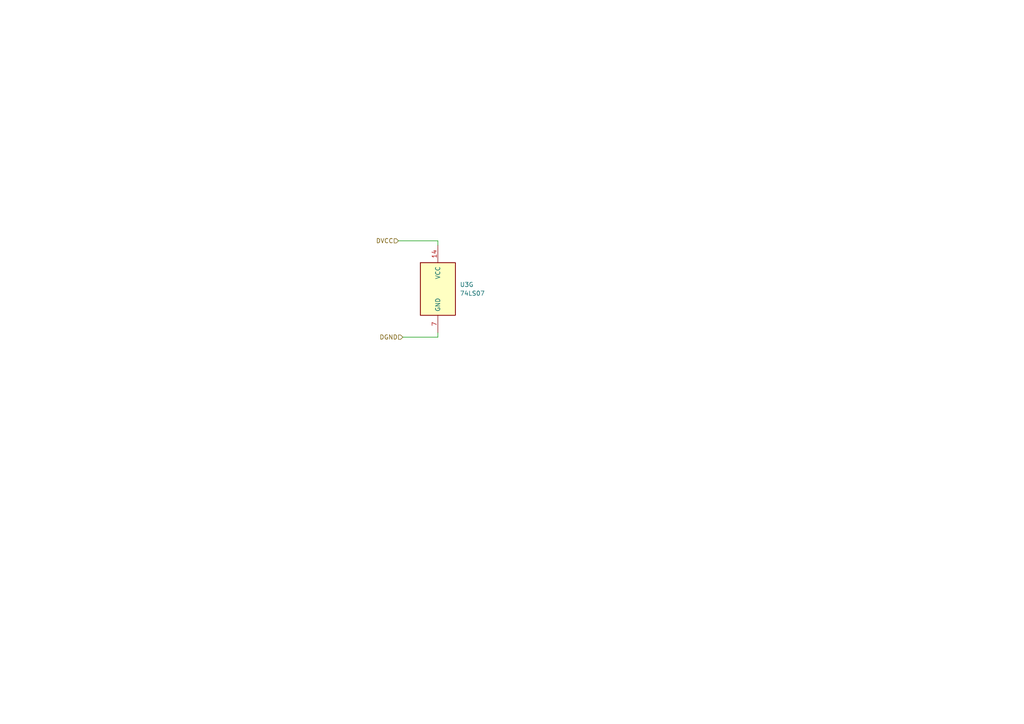
<source format=kicad_sch>
(kicad_sch (version 20231120) (generator "eeschema") (generator_version "8.0")
  (paper "A4")
  (lib_symbols
    (symbol "74xx:74LS07" (pin_names (offset 1.016))
      (property "Reference" "U" (at 0 1.27 0))
      (property "Value" "74LS07" (at 0 -1.27 0))
      (symbol "74LS07_1_0"
        (polyline (pts (xy -3.81 3.81) (xy -3.81 -3.81) (xy 3.81 0) (xy -3.81 3.81)) (stroke (width 0.254)) (fill (type background)))
        (pin input line (at -7.62 0 0) (length 3.81) (name "~") (number "1"))
        (pin open_collector line (at 7.62 0 180) (length 3.81) (name "~") (number "2"))
      )
      (symbol "74LS07_2_0"
        (polyline (pts (xy -3.81 3.81) (xy -3.81 -3.81) (xy 3.81 0) (xy -3.81 3.81)) (stroke (width 0.254)) (fill (type background)))
        (pin input line (at -7.62 0 0) (length 3.81) (name "~") (number "3"))
        (pin open_collector line (at 7.62 0 180) (length 3.81) (name "~") (number "4"))
      )
      (symbol "74LS07_3_0"
        (polyline (pts (xy -3.81 3.81) (xy -3.81 -3.81) (xy 3.81 0) (xy -3.81 3.81)) (stroke (width 0.254)) (fill (type background)))
        (pin input line (at -7.62 0 0) (length 3.81) (name "~") (number "5"))
        (pin open_collector line (at 7.62 0 180) (length 3.81) (name "~") (number "6"))
      )
      (symbol "74LS07_4_0"
        (polyline (pts (xy -3.81 3.81) (xy -3.81 -3.81) (xy 3.81 0) (xy -3.81 3.81)) (stroke (width 0.254)) (fill (type background)))
        (pin open_collector line (at 7.62 0 180) (length 3.81) (name "~") (number "8"))
        (pin input line (at -7.62 0 0) (length 3.81) (name "~") (number "9"))
      )
      (symbol "74LS07_5_0"
        (polyline (pts (xy -3.81 3.81) (xy -3.81 -3.81) (xy 3.81 0) (xy -3.81 3.81)) (stroke (width 0.254)) (fill (type background)))
        (pin open_collector line (at 7.62 0 180) (length 3.81) (name "~") (number "10"))
        (pin input line (at -7.62 0 0) (length 3.81) (name "~") (number "11"))
      )
      (symbol "74LS07_6_0"
        (polyline (pts (xy -3.81 3.81) (xy -3.81 -3.81) (xy 3.81 0) (xy -3.81 3.81)) (stroke (width 0.254)) (fill (type background)))
        (pin open_collector line (at 7.62 0 180) (length 3.81) (name "~") (number "12"))
        (pin input line (at -7.62 0 0) (length 3.81) (name "~") (number "13"))
      )
      (symbol "74LS07_7_0"
        (pin power_in line (at 0 12.7 270) (length 5.08) (name "VCC") (number "14"))
        (pin power_in line (at 0 -12.7 90) (length 5.08) (name "GND") (number "7"))
      )
      (symbol "74LS07_7_1"
        (rectangle (start -5.08 7.62) (end 5.08 -7.62) (stroke (width 0.254)) (fill (type background)))
      )
    )
  )
  (wire (pts (xy 127 71.12) (xy 127 69.85)))
  (wire (pts (xy 116.84 97.79) (xy 127 97.79)))
  (wire (pts (xy 127 96.52) (xy 127 97.79)))
  (wire (pts (xy 115.57 69.85) (xy 127 69.85)))
  (hierarchical_label "DVCC" (shape input) (at 115.57 69.85 180))
  (hierarchical_label "DGND" (shape input) (at 116.84 97.79 180))
  (symbol (lib_id "74xx:74LS07") (at 127 83.82 0) (unit 7)
    (property "Reference" "U3" (at 133.35 82.5499 0) (effects (justify left)))
    (property "Value" "74LS07" (at 133.35 85.0899 0) (effects (justify left)))
    (property "Footprint" "Package_DIP:DIP-14_W7.62mm" (effects (hide yes)))
    (property "Datasheet" "www.ti.com/lit/ds/symlink/sn74ls07.pdf" (effects (hide yes)))
    (property "Description" "Hex Buffers and Drivers With Open Collector High Voltage Outputs" (effects (hide yes)))
  )
)
</source>
